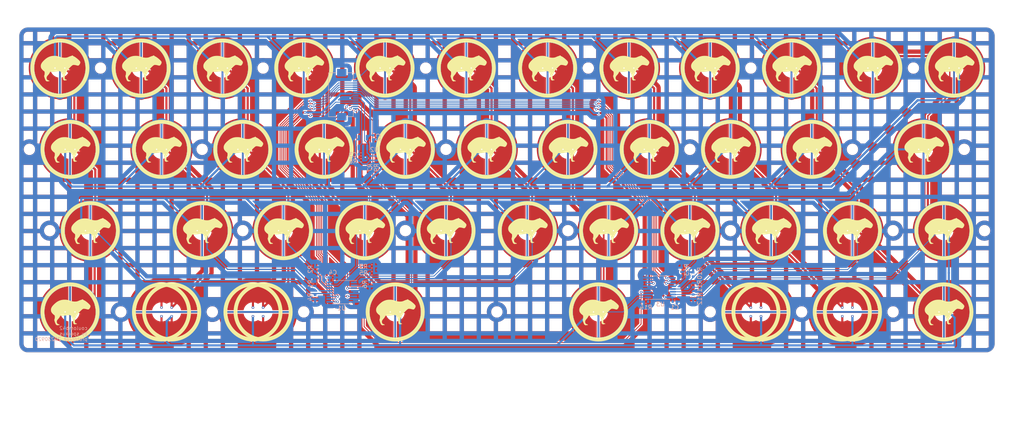
<source format=kicad_pcb>
(kicad_pcb (version 20221018) (generator pcbnew)
  (layers (0 "F.Cu" signal) (31 "B.Cu" signal) (34 "B.Paste" user) (35 "F.Paste" user) (36 "B.SilkS" user "B.Silkscreen") (37 "F.SilkS" user "F.Silkscreen") (38 "B.Mask" user) (39 "F.Mask" user) (44 "Edge.Cuts" user))
  (net 0 "")
  (net 1 "COL0")
  (net 2 "COL1")
  (net 3 "COL10")
  (net 4 "COL2")
  (net 5 "COL3")
  (net 6 "COL4")
  (net 7 "COL5")
  (net 8 "COL6")
  (net 9 "COL7")
  (net 10 "COL8")
  (net 11 "COL9")
  (net 12 "ROW3")
  (net 13 "ROW0")
  (net 14 "ROW1")
  (net 15 "ROW2")
  (net 16 "GND")
  (net 17 "+3V3")
  (net 18 "MUX_COMMON")
  (net 19 "ADC")
  (net 20 "Net-(U2--)")
  (net 21 "MUX1_EN")
  (net 22 "MUX0_EN")
  (net 23 "MUX_SEL0")
  (net 24 "MUX_SEL1")
  (net 25 "MUX_SEL2")
  (footprint "capacitive_sensors:capy_pad_1U" (layer "F.Cu") (at 226.5 87.625)
    (fp_text reference "ECSW22")
    (fp_text value "~" hide)
  )
  (footprint "capacitive_sensors:capy_pad_1U" (layer "F.Cu") (at 221.7375 68.575)
    (fp_text reference "ECSW10")
    (fp_text value "~" hide)
  )
  (footprint "capacitive_sensors:capy_pad_1U" (layer "F.Cu") (at 107.4375 68.575)
    (fp_text reference "ECSW4")
    (fp_text value "~" hide)
  )
  (footprint "capacitive_sensors:MountingHole_2.2mm_M2" (layer "F.Cu") (at 262.21875 87.625)
    (fp_text reference "H13" hide)
    (fp_text value "MountingHole")
    (fp_circle (center 0 0) (end 1.1 0) (stroke (width 0.05)) (fill none) (layer "Edge.Cuts"))
  )
  (footprint "capacitive_sensors:MountingHole_2.2mm_M2" (layer "F.Cu") (at 212.2125 68.575)
    (fp_text reference "H5" hide)
    (fp_text value "MountingHole")
    (fp_circle (center 0 0) (end 1.1 0) (stroke (width 0.05)) (fill none) (layer "Edge.Cuts"))
  )
  (footprint "capacitive_sensors:MountingHole_2.2mm_M2" (layer "F.Cu") (at 47.90625 106.675)
    (fp_text reference "H14" hide)
    (fp_text value "MountingHole")
    (fp_circle (center 0 0) (end 1.1 0) (stroke (width 0.05)) (fill none) (layer "Edge.Cuts"))
  )
  (footprint "capacitive_sensors:MountingHole_2.2mm_M2" (layer "F.Cu") (at 43.14375 87.625)
    (fp_text reference "H7" hide)
    (fp_text value "MountingHole")
    (fp_circle (center 0 0) (end 1.1 0) (stroke (width 0.05)) (fill none) (layer "Edge.Cuts"))
  )
  (footprint "capacitive_sensors:capy_pad_1U" (layer "F.Cu") (at 259.8375 68.575)
    (fp_text reference "ECSW12")
    (fp_text value "~" hide)
  )
  (footprint "capacitive_sensors:capy_pad_1U" (layer "F.Cu") (at 197.925 106.675)
    (fp_text reference "ECSW31")
    (fp_text value "~" hide)
  )
  (footprint "capacitive_sensors:capy_pad_1U" (layer "F.Cu") (at 121.725 106.675)
    (fp_text reference "ECSW27")
    (fp_text value "~" hide)
  )
  (footprint "capacitive_sensors:capy_pad_2U" (layer "F.Cu") (at 176.49375 125.725)
    (fp_text reference "ECSW39")
    (fp_text value "~" hide)
  )
  (footprint "capacitive_sensors:ecs_pad_combo_0.125u_offset" (layer "F.Cu") (at 233.64375 125.725)
    (fp_text reference "ECSW41" hide)
    (fp_text value "~")
  )
  (footprint "capacitive_sensors:MountingHole_2.2mm_M2" (layer "F.Cu") (at 202.6875 125.725)
    (fp_text reference "H23" hide)
    (fp_text value "MountingHole")
    (fp_circle (center 0 0) (end 1.1 0) (stroke (width 0.05)) (fill none) (layer "Edge.Cuts"))
  )
  (footprint "capacitive_sensors:capy_pad_1U" (layer "F.Cu") (at 216.975 106.675)
    (fp_text reference "ECSW32")
    (fp_text value "~" hide)
  )
  (footprint "capacitive_sensors:capy_pad_1U" (layer "F.Cu") (at 112.2 87.625)
    (fp_text reference "ECSW16")
    (fp_text value "~" hide)
  )
  (footprint "capacitive_sensors:MountingHole_2.2mm_M2" (layer "F.Cu") (at 64.575 125.725)
    (fp_text reference "H21" hide)
    (fp_text value "MountingHole")
    (fp_circle (center 0 0) (end 1.1 0) (stroke (width 0.05)) (fill none) (layer "Edge.Cuts"))
  )
  (footprint "capacitive_sensors:capy_pad_1U" (layer "F.Cu") (at 257.45625 106.675)
    (fp_text reference "ECSW34")
    (fp_text value "~" hide)
  )
  (footprint "capacitive_sensors:MountingHole_2.2mm_M2" (layer "F.Cu") (at 93.15 106.675)
    (fp_text reference "H15" hide)
    (fp_text value "MountingHole")
    (fp_circle (center 0 0) (end 1.1 0) (stroke (width 0.05)) (fill none) (layer "Edge.Cuts"))
  )
  (footprint "capacitive_sensors:capy_pad_1U" (layer "F.Cu") (at 93.15 87.625)
    (fp_text reference "ECSW15")
    (fp_text value "~" hide)
  )
  (footprint "capacitive_sensors:capy_pad_1U" (layer "F.Cu") (at 164.5875 68.575)
    (fp_text reference "ECSW7")
    (fp_text value "~" hide)
  )
  (footprint "capacitive_sensors:capy_pad_1U" (layer "F.Cu") (at 52.66875 125.725)
    (fp_text reference "ECSW35")
    (fp_text value "~" hide)
  )
  (footprint "capacitive_sensors:MountingHole_2.2mm_M2" (layer "F.Cu") (at 245.55 125.725)
    (fp_text reference "H24" hide)
    (fp_text value "MountingHole")
    (fp_circle (center 0 0) (end 1.1 0) (stroke (width 0.05)) (fill none) (layer "Edge.Cuts"))
  )
  (footprint "capacitive_sensors:capy_pad_1U" (layer "F.Cu") (at 240.7875 68.575)
    (fp_text reference "ECSW11")
    (fp_text value "~" hide)
  )
  (footprint "capacitive_sensors:capy_pad_1U" (layer "F.Cu") (at 252.69375 87.625)
    (fp_text reference "ECSW23")
    (fp_text value "~" hide)
  )
  (footprint "capacitive_sensors:MountingHole_2.2mm_M2" (layer "F.Cu") (at 197.925 87.625)
    (fp_text reference "H11" hide)
    (fp_text value "MountingHole")
    (fp_circle (center 0 0) (end 1.1 0) (stroke (width 0.05)) (fill none) (layer "Edge.Cuts"))
  )
  (footprint "capacitive_sensors:capy_pad_2U" (layer "F.Cu") (at 128.86875 125.725)
    (fp_text reference "ECSW38")
    (fp_text value "~" hide)
  )
  (footprint "capacitive_sensors:capy_pad_1U" (layer "F.Cu") (at 169.35 87.625)
    (fp_text reference "ECSW19")
    (fp_text value "~" hide)
  )
  (footprint "capacitive_sensors:MountingHole_2.2mm_M2" (layer "F.Cu") (at 152.69375 125.725)
    (fp_text reference "H25" hide)
    (fp_text value "MountingHole")
    (fp_circle (center 0 0) (end 1.1 0) (stroke (width 0.05)) (fill none) (layer "Edge.Cuts"))
  )
  (footprint "capacitive_sensors:capy_pad_1U" (layer "F.Cu") (at 50.2875 68.575)
    (fp_text reference "ECSW1")
    (fp_text value "~" hide)
  )
  (footprint "capacitive_sensors:capy_pad_1U" (layer "F.Cu") (at 202.6875 68.575)
    (fp_text reference "ECSW9")
    (fp_text value "~" hide)
  )
  (footprint "capacitive_sensors:capy_pad_1U" (layer "F.Cu") (at 102.675 106.675)
    (fp_text reference "ECSW26")
    (fp_text value "~" hide)
  )
  (footprint "capacitive_sensors:capy_pad_1U" (layer "F.Cu") (at 236.025 106.675)
    (fp_text reference "ECSW33")
    (fp_text value "~" hide)
  )
  (footprint "capacitive_sensors:MountingHole_2.2mm_M2" (layer "F.Cu") (at 174.1125 68.575)
    (fp_text reference "H4" hide)
    (fp_text value "MountingHole")
    (fp_circle (center 0 0) (end 1.1 0) (stroke (width 0.05)) (fill none) (layer "Edge.Cuts"))
  )
  (footprint "capacitive_sensors:capy_pad_1U" (layer "F.Cu") (at 83.625 106.675)
    (fp_text reference "ECSW25")
    (fp_text value "~" hide)
  )
  (footprint "capacitive_sensors:ecs_pad_combo_0.125u_offset" (layer "F.Cu") (at 74.1 125.725)
    (fp_text reference "ECSW36" hide)
    (fp_text value "~")
  )
  (footprint "capacitive_sensors:capy_pad_1U" (layer "F.Cu") (at 159.825 106.675)
    (fp_text reference "ECSW29")
    (fp_text value "~" hide)
  )
  (footprint "capacitive_sensors:MountingHole_2.2mm_M2" (layer "F.Cu") (at 140.775 87.625)
    (fp_text reference "H10" hide)
    (fp_text value "MountingHole")
    (fp_circle (center 0 0) (end 1.1 0) (stroke (width 0.05)) (fill none) (layer "Edge.Cuts"))
  )
  (footprint "capacitive_sensors:capy_pad_1U" (layer "F.Cu") (at 188.4 87.625)
    (fp_text reference "ECSW20")
    (fp_text value "~" hide)
  )
  (footprint "capacitive_sensors:MountingHole_2.2mm_M2" (layer "F.Cu") (at 97.9125 68.575)
    (fp_text reference "H2" hide)
    (fp_text value "MountingHole")
    (fp_circle (center 0 0) (end 1.1 0) (stroke (width 0.05)) (fill none) (layer "Edge.Cuts"))
  )
  (footprint "capacitive_sensors:MountingHole_2.2mm_M2" (layer "F.Cu") (at 250.3125 68.575)
    (fp_text reference "H6" hide)
    (fp_text value "MountingHole")
    (fp_circle (center 0 0) (end 1.1 0) (stroke (width 0.05)) (fill none) (layer "Edge.Cuts"))
  )
  (footprint "capacitive_sensors:MountingHole_2.2mm_M2" (layer "F.Cu") (at 136.0125 68.575)
    (fp_text reference "H3" hide)
    (fp_text value "MountingHole")
    (fp_circle (center 0 0) (end 1.1 0) (stroke (width 0.05)) (fill none) (layer "Edge.Cuts"))
  )
  (footprint "capacitive_sensors:ecs_pad_combo_0.125u_offset" (layer "F.Cu") (at 212.2125 125.725)
    (fp_text reference "ECSW40" hide)
    (fp_text value "~")
  )
  (footprint "capacitive_sensors:capy_pad_1U" (layer "F.Cu") (at 178.875 106.675)
    (fp_text reference "ECSW30")
    (fp_text value "~" hide)
  )
  (footprint "capacitive_sensors:MountingHole_2.2mm_M2" (layer "F.Cu") (at 131.25 106.675)
    (fp_text reference "H16" hide)
    (fp_text value "MountingHole")
    (fp_circle (center 0 0) (end 1.1 0) (stroke (width 0.05)) (fill none) (layer "Edge.Cuts"))
  )
  (footprint "capacitive_sensors:capy_pad_1U" (layer "F.Cu") (at 150.3 87.625)
    (fp_text reference "ECSW18")
    (fp_text value "~" hide)
  )
  (footprint "capacitive_sensors:MountingHole_2.2mm_M2" (layer "F.Cu") (at 224.11875 125.725)
    (fp_text reference "H26" hide)
    (fp_text value "MountingHole")
    (fp_circle (center 0 0) (end 1.1 0) (stroke (width 0.05)) (fill none) (layer "Edge.Cuts"))
  )
  (footprint "capacitive_sensors:MountingHole_2.2mm_M2" (layer "F.Cu") (at 245.55 106.675)
    (fp_text reference "H19" hide)
    (fp_text value "MountingHole")
    (fp_circle (center 0 0) (end 1.1 0) (stroke (width 0.05)) (fill none) (layer "Edge.Cuts"))
  )
  (footprint "capacitive_sensors:MountingHole_2.2mm_M2" (layer "F.Cu") (at 86.00625 125.725)
    (fp_text reference "H9" hide)
    (fp_text value "MountingHole")
    (fp_circle (center 0 0) (end 1.1 0) (stroke (width 0.05)) (fill none) (layer "Edge.Cuts"))
  )
  (footprint "capacitive_sensors:capy_pad_1U" (layer "F.Cu") (at 140.775 106.675)
    (fp_text reference "ECSW28")
    (fp_text value "~" hide)
  )
  (footprint "capacitive_sensors:capy_pad_1U" (layer "F.Cu") (at 57.43125 106.675)
    (fp_text reference "ECSW24")
    (fp_text value "~" hide)
  )
  (footprint "capacitive_sensors:capy_pad_1U" (layer "F.Cu") (at 257.45625 125.725)
    (fp_text reference "ECSW42")
    (fp_text value "~" hide)
  )
  (footprint "capacitive_sensors:MountingHole_2.2mm_M2" (layer "F.Cu") (at 83.625 87.625)
    (fp_text reference "H8" hide)
    (fp_text value "MountingHole")
    (fp_circle (center 0 0) (end 1.1 0) (stroke (width 0.05)) (fill none) (layer "Edge.Cuts"))
  )
  (footprint "capacitive_sensors:MountingHole_2.2mm_M2" (layer "F.Cu") (at 107.4375 125.725)
    (fp_text reference "H22" hide)
    (fp_text value "MountingHole")
    (fp_circle (center 0 0) (end 1.1 0) (stroke (width 0.05)) (fill none) (layer "Edge.Cuts"))
  )
  (footprint "capacitive_sensors:capy_pad_1U" (layer "F.Cu") (at 74.1 87.625)
    (fp_text reference "ECSW14")
    (fp_text value "~" hide)
  )
  (footprint "capacitive_sensors:capy_pad_1U" (layer "F.Cu") (at 183.6375 68.575)
    (fp_text reference "ECSW8")
    (fp_text value "~" hide)
  )
  (footprint "capacitive_sensors:capy_pad_1U" (layer "F.Cu") (at 69.3375 68.575)
    (fp_text reference "ECSW2")
    (fp_text value "~" hide)
  )
  (footprint "capacitive_sensors:capy_pad_1U" (layer "F.Cu") (at 145.5375 68.575)
    (fp_text reference "ECSW6")
    (fp_text value "~" hide)
  )
  (footprint "capacitive_sensors:capy_pad_1U" (layer "F.Cu") (at 126.4875 68.575)
    (fp_text reference "ECSW5")
    (fp_text value "~" hide)
  )
  (footprint "capacitive_sensors:MountingHole_2.2mm_M2" (layer "F.Cu") (at 169.35 106.675)
    (fp_text reference "H17" hide)
    (fp_text value "MountingHole")
    (fp_circle (center 0 0) (end 1.1 0) (stroke (width 0.05)) (fill none) (layer "Edge.Cuts"))
  )
  (footprint "capacitive_sensors:MountingHole_2.2mm_M2" (layer "F.Cu") (at 207.45 106.675)
    (fp_text reference "H18" hide)
    (fp_text value "MountingHole")
    (fp_circle (center 0 0) (end 1.1 0) (stroke (width 0.05)) (fill none) (layer "Edge.Cuts"))
  )
  (footprint "capacitive_sensors:ecs_pad_combo_0.125u_offset" (layer "F.Cu") (at 95.53125 125.725)
    (fp_text reference "ECSW37" hide)
    (fp_text value "~")
  )
  (footprint "capacitive_sensors:MountingHole_2.2mm_M2" (layer "F.Cu") (at 266.98125 106.675)
    (fp_text reference "H20" hide)
    (fp_text value "MountingHole")
    (fp_circle (center 0 0) (end 1.1 0) (stroke (width 0.05)) (fill none) (layer "Edge.Cuts"))
  )
  (footprint "capacitive_sensors:MountingHole_2.2mm_M2" (layer "F.Cu") (at 236.025 87.625)
    (fp_text reference "H12" hide)
    (fp_text value "MountingHole")
    (fp_circle (center 0 0) (end 1.1 0) (stroke (width 0.05)) (fill none) (layer "Edge.Cuts"))
  )
  (footprint "capacitive_sensors:MountingHole_2.2mm_M2" (layer "F.Cu") (at 59.8125 68.575)
    (fp_text reference "H1" hide)
    (fp_text value "MountingHole")
    (fp_circle (center 0 0) (end 1.1 0) (stroke (width 0.05)) (fill none) (layer "Edge.Cuts"))
  )
  (footprint "capacitive_sensors:capy_pad_1U" (layer "F.Cu") (at 88.3875 68.575)
    (fp_text reference "ECSW3")
    (fp_text value "~" hide)
  )
  (footprint "capacitive_sensors:capy_pad_1U" (layer "F.Cu") (at 131.25 87.625)
    (fp_text reference "ECSW17")
    (fp_text value "~" hide)
  )
  (footprint "capacitive_sensors:capy_pad_1U" (layer "F.Cu") (at 52.66875 87.625)
    (fp_text reference "ECSW13")
    (fp_text value "~" hide)
  )
  (footprint "capacitive_sensors:capy_pad_1U" (layer "F.Cu") (at 207.45 87.625)
    (fp_text reference "ECSW21")
    (fp_text value "~" hide)
  )
  (footprint "Capacitor_SMD:C_0402_1005Metric" (layer "B.Cu") (at 123.725 84.825 90)
    (fp_text reference "C2")
    (fp_text value "100n")
  )
  (footprint "Resistor_SMD:R_0402_1005Metric" (layer "B.Cu") (at 123.04375 89.690001 -90)
    (fp_text reference "R7")
    (fp_text value "100k")
  )
  (footprint "Resistor_SMD:R_0402_1005Metric" (layer "B.Cu") (at 123.404238 116.64528)
    (fp_text reference "R5")
    (fp_text value "100k")
  )
  (footprint "Resistor_SMD:R_0402_1005Metric" (layer "B.Cu") (at 122.894239 119.24528 -90)
    (fp_text reference "R6")
    (fp_text value "100k")
  )
  (footprint "Package_SO:TSSOP-16_4.4x5mm_P0.65mm" (layer "B.Cu") (at 191.036459 120.02028)
    (fp_text reference "U3")
    (fp_text value "74HC4051")
  )
  (footprint "Resistor_SMD:R_0402_1005Metric" (layer "B.Cu") (at 110.094239 119.14528 90)
    (fp_text reference "R1")
    (fp_text value "100k")
  )
  (footprint "Resistor_SMD:R_0402_1005Metric" (layer "B.Cu") (at 110.094239 115.74528 90)
    (fp_text reference "R2")
    (fp_text value "100k")
  )
  (footprint "Capacitor_SMD:C_0402_1005Metric" (layer "B.Cu") (at 194.375 123.3 180)
    (fp_text reference "C1")
    (fp_text value "100n")
  )
  (footprint "Resistor_SMD:R_0402_1005Metric" (layer "B.Cu") (at 198.694239 122.14528 -90)
    (fp_text reference "R12")
    (fp_text value "100k")
  )
  (footprint "Resistor_SMD:R_0402_1005Metric" (layer "B.Cu") (at 198.694239 116.93528 90)
    (fp_text reference "R10")
    (fp_text value "100k")
  )
  (footprint "Resistor_SMD:R_0402_1005Metric" (layer "B.Cu") (at 124.49375 89.715001 -90)
    (fp_text reference "R9")
    (fp_text value "DNP")
  )
  (footprint "Resistor_SMD:R_0402_1005Metric" (layer "B.Cu") (at 123.394239 115.04528)
    (fp_text reference "R3")
    (fp_text value "100k")
  )
  (footprint "Resistor_SMD:R_0402_1005Metric" (layer "B.Cu") (at 187.625 123.325 180)
    (fp_text reference "R14")
    (fp_text value "100k")
  )
  (footprint "Resistor_SMD:R_0402_1005Metric" (layer "B.Cu") (at 110.094239 122.23528 -90)
    (fp_text reference "R4")
    (fp_text value "100k")
  )
  (footprint "Resistor_SMD:R_0402_1005Metric" (layer "B.Cu") (at 198.694239 119.44528 90)
    (fp_text reference "R11")
    (fp_text value "100k")
  )
  (footprint "Package_TO_SOT_SMD:SOT-23-5" (layer "B.Cu") (at 121.341788 86.036266 90)
    (fp_text reference "U2")
    (fp_text value "OPA354")
  )
  (footprint "Resistor_SMD:R_0402_1005Metric" (layer "B.Cu") (at 195.994239 115.84528 90)
    (fp_text reference "R13")
    (fp_text value "100k")
  )
  (footprint "Package_SO:TSSOP-16_4.4x5mm_P0.65mm" (layer "B.Cu") (at 116.3375 121.1 180)
    (fp_text reference "U1")
    (fp_text value "74HC4051")
  )
  (footprint "Capacitor_SMD:C_0402_1005Metric" (layer "B.Cu") (at 114.2375 117.65 180)
    (fp_text reference "C4")
    (fp_text value "100n")
  )
  (footprint "Resistor_SMD:R_0402_1005Metric" (layer "B.Cu") (at 120.86875 90.190001)
    (fp_text reference "R8")
    (fp_text value "1k")
  )
  (footprint "Capacitor_SMD:C_0402_1005Metric" (layer "B.Cu") (at 120.841788 88.786266)
    (fp_text reference "C3")
    (fp_text value "220pF")
  )
  (footprint "Connector_FFC-FPC:Hirose_FH12-14S-0.5SH_1x14-1MP_P0.50mm_Horizontal" (layer "B.Cu") (at 117.74375 74.825 90)
    (fp_text reference "J1" hide)
    (fp_text value "Conn_01x14")
  )
  (gr_arc (start 40.7625 61.05) (mid 41.348286 59.635786) (end 42.7625 59.05) (stroke (width 0.05)) (layer "Edge.Cuts"))
  (gr_arc (start 42.7625 135.2) (mid 41.348286 134.614214) (end 40.7625 133.2) (stroke (width 0.05)) (layer "Edge.Cuts"))
  (gr_line (start 42.7625 59.05) (end 267.3625 59.05) (stroke (width 0.05)) (layer "Edge.Cuts"))
  (gr_line (start 269.3625 61.05) (end 269.3625 133.2) (stroke (width 0.05)) (layer "Edge.Cuts"))
  (gr_line (start 267.3625 135.2) (end 42.7625 135.2) (stroke (width 0.05)) (layer "Edge.Cuts"))
  (gr_arc (start 267.3625 59.05) (mid 268.776714 59.635786) (end 269.3625 61.05) (stroke (width 0.05)) (layer "Edge.Cuts"))
  (gr_line (start 40.7625 133.2) (end 40.7625 61.05) (stroke (width 0.05)) (layer "Edge.Cuts"))
  (gr_arc (start 269.3625 133.2) (mid 268.776714 134.614214) (end 267.3625 135.2) (stroke (width 0.05)) (layer "Edge.Cuts"))
  (gr_text "coulomb42\nby sporkus\nprototype 20230920" (at 56.8125 132.575) (layer "B.SilkS") (effects (font (size 0.8 0.8) (thickness 0.1)) (justify left bottom mirror)))
  (segment (start 51.4375 68.575) (end 53.66875 70.80625) (width 0.5) (layer "F.Cu") (net 1))
  (segment (start 58.5875 106.66875) (end 58.58125 106.675) (width 0.5) (layer "F.Cu") (net 1))
  (segment (start 58.5875 92.39375) (end 58.5875 106.66875) (width 0.5) (layer "F.Cu") (net 1))
  (segment (start 53.81875 87.625) (end 58.5875 92.39375) (width 0.5) (layer "F.Cu") (net 1))
  (segment (start 56.2 125.725) (end 58.43125 123.49375) (width 0.5) (layer "F.Cu") (net 1))
  (segment (start 58.43125 123.49375) (end 58.43125 106.675) (width 0.5) (layer "F.Cu") (net 1))
  (segment (start 53.66875 70.80625) (end 53.66875 87.625) (width 0.5) (layer "F.Cu") (net 1))
  (segment (start 70.25153 118.34528) (end 105.53278 118.34528) (width 0.3) (layer "B.Cu") (net 1))
  (segment (start 105.53278 118.34528) (end 108.6125 121.425) (width 0.3) (layer "B.Cu") (net 1))
  (segment (start 58.58125 106.675) (end 70.25153 118.34528) (width 0.3) (layer "B.Cu") (net 1))
  (segment (start 108.6125 121.425) (end 113.475 121.425) (width 0.3) (layer "B.Cu") (net 1))
  (segment (start 75.25 73.3375) (end 75.25 87.625) (width 0.5) (layer "F.Cu") (net 2))
  (segment (start 84.775 106.675) (end 84.775 116.4375) (width 0.5) (layer "F.Cu") (net 2))
  (segment (start 76.5125 124.7) (end 76.48125 124.7) (width 0.5) (layer "F.Cu") (net 2))
  (segment (start 75.25 87.625) (end 84.775 97.15) (width 0.5) (layer "F.Cu") (net 2))
  (segment (start 70.4875 68.575) (end 75.25 73.3375) (width 0.5) (layer "F.Cu") (net 2))
  (segment (start 84.775 116.4375) (end 76.5125 124.7) (width 0.5) (layer "F.Cu") (net 2))
  (segment (start 84.775 97.15) (end 84.775 106.675) (width 0.5) (layer "F.Cu") (net 2))
  (segment (start 109.304239 119.65528) (end 105.398959 115.75) (width 0.3) (layer "B.Cu") (net 2))
  (segment (start 84.775 106.675) (end 84.775 110.9375) (width 0.3) (layer "B.Cu") (net 2))
  (segment (start 84.775 110.9375) (end 89.5875 115.75) (width 0.3) (layer "B.Cu") (net 2))
  (segment (start 113.475 120.775) (end 111.223959 120.775) (width 0.3) (layer "B.Cu") (net 2))
  (segment (start 110.094239 119.65528) (end 109.304239 119.65528) (width 0.3) (layer "B.Cu") (net 2))
  (segment (start 111.223959 120.775) (end 110.104239 119.65528) (width 0.3) (layer "B.Cu") (net 2))
  (segment (start 110.104239 119.65528) (end 110.094239 119.65528) (width 0.3) (layer "B.Cu") (net 2))
  (segment (start 89.5875 115.75) (end 105.398959 115.75) (width 0.3) (layer "B.Cu") (net 2))
  (segment (start 244.7375 65.775) (end 256.0375 65.775) (width 0.5) (layer "F.Cu") (net 3))
  (segment (start 253.69375 104.0625) (end 253.69375 87.625) (width 0.5) (layer "F.Cu") (net 3))
  (segment (start 253.84375 87.625) (end 253.69375 87.475) (width 0.3) (layer "F.Cu") (net 3))
  (segment (start 256.0375 65.775) (end 258.8375 68.575) (width 0.5) (layer "F.Cu") (net 3))
  (segment (start 241.9375 68.575) (end 244.7375 65.775) (width 0.5) (layer "F.Cu") (net 3))
  (segment (start 256.30625 106.675) (end 253.69375 104.0625) (width 0.5) (layer "F.Cu") (net 3))
  (segment (start 253.69375 79.78125) (end 258.8375 74.6375) (width 0.3) (layer "F.Cu") (net 3))
  (segment (start 258.8375 74.6375) (end 258.8375 68.575) (width 0.3) (layer "F.Cu") (net 3))
  (segment (start 253.69375 87.475) (end 253.69375 79.78125) (width 0.3) (layer "F.Cu") (net 3))
  (segment (start 201.14222 121.64528) (end 193.898959 121.64528) (width 0.2) (layer "B.Cu") (net 3))
  (segment (start 256.30625 106.675) (end 245.23125 117.75) (width 0.2) (layer "B.Cu") (net 3))
  (segment (start 205.0375 117.75) (end 201.14222 121.64528) (width 0.2) (layer "B.Cu") (net 3))
  (segment (start 245.23125 117.75) (end 205.0375 117.75) (width 0.2) (layer "B.Cu") (net 3))
  (segment (start 89.5375 68.575) (end 94.3 73.3375) (width 0.5) (layer "F.Cu") (net 4))
  (segment (start 103.825 118.7875) (end 103.825 106.675) (width 0.5) (layer "F.Cu") (net 4))
  (segment (start 94.3 87.625) (end 103.825 97.15) (width 0.5) (layer "F.Cu") (net 4))
  (segment (start 94.3 73.3375) (end 94.3 87.625) (width 0.5) (layer "F.Cu") (net 4))
  (segment (start 103.825 97.15) (end 103.825 106.675) (width 0.5) (layer "F.Cu") (net 4))
  (segment (start 97.9125 124.7) (end 103.825 118.7875) (width 0.5) (layer "F.Cu") (net 4))
  (segment (start 111.344238 117.495279) (end 111.344238 118.718134) (width 0.3) (layer "B.Cu") (net 4))
  (segment (start 103.825 109.976041) (end 111.344238 117.495279) (width 0.3) (layer "B.Cu") (net 4))
  (segment (start 103.825 106.675) (end 103.825 109.976041) (width 0.3) (layer "B.Cu") (net 4))
  (segment (start 111.344238 118.718134) (end 112.751104 120.125) (width 0.3) (layer "B.Cu") (net 4))
  (segment (start 112.751104 120.125) (end 113.475 120.125) (width 0.3) (layer "B.Cu") (net 4))
  (segment (start 127.71875 125.725) (end 127.71875 122.68125) (width 0.5) (layer "F.Cu") (net 5))
  (segment (start 120.725 115.6875) (end 120.725 106.675) (width 0.5) (layer "F.Cu") (net 5))
  (segment (start 112.0125 79.775) (end 112.0125 72.15) (width 0.4) (layer "F.Cu") (net 5))
  (segment (start 127.71875 122.68125) (end 120.725 115.6875) (width 0.5) (layer "F.Cu") (net 5))
  (segment (start 111.2 95.5625) (end 111.2 87.625) (width 0.5) (layer "F.Cu") (net 5))
  (segment (start 120.575 106.675) (end 120.575 104.9375) (width 0.5) (layer "F.Cu") (net 5))
  (segment (start 112.0125 72.15) (end 108.4375 68.575) (width 0.4) (layer "F.Cu") (net 5))
  (segment (start 120.575 104.9375) (end 111.2 95.5625) (width 0.5) (layer "F.Cu") (net 5))
  (segment (start 111.05 80.7375) (end 112.0125 79.775) (width 0.4) (layer "F.Cu") (net 5))
  (segment (start 111.05 87.625) (end 111.05 80.7375) (width 0.4) (layer "F.Cu") (net 5))
  (segment (start 119.84222 107.40778) (end 119.84222 115.04528) (width 0.2) (layer "B.Cu") (net 5))
  (segment (start 115.4125 119.475) (end 119.84222 115.04528) (width 0.2) (layer "B.Cu") (net 5))
  (segment (start 113.475 119.475) (end 115.4125 119.475) (width 0.2) (layer "B.Cu") (net 5))
  (segment (start 120.575 106.675) (end 119.84222 107.40778) (width 0.2) (layer "B.Cu") (net 5))
  (segment (start 119.84222 115.04528) (end 122.85778 115.04528) (width 0.2) (layer "B.Cu") (net 5))
  (segment (start 122.85778 115.04528) (end 122.875 115.0625) (width 0.2) (layer "B.Cu") (net 5))
  (segment (start 132.4 73.3375) (end 132.4 87.625) (width 0.5) (layer "F.Cu") (net 6))
  (segment (start 127.6375 68.575) (end 132.4 73.3375) (width 0.5) (layer "F.Cu") (net 6))
  (segment (start 132.4 87.625) (end 141.925 97.15) (width 0.5) (layer "F.Cu") (net 6))
  (segment (start 141.925 97.15) (end 141.925 106.675) (width 0.5) (layer "F.Cu") (net 6))
  (segment (start 120.67972 117.34528) (end 119.2 118.825) (width 0.2) (layer "B.Cu") (net 6))
  (segment (start 141.925 113.364518) (end 137.944238 117.34528) (width 0.2) (layer "B.Cu") (net 6))
  (segment (start 122.848959 117.34528) (end 120.67972 117.34528) (width 0.2) (layer "B.Cu") (net 6))
  (segment (start 137.944238 117.34528) (end 122.848959 117.34528) (width 0.2) (layer "B.Cu") (net 6))
  (segment (start 122.894238 116.64528) (end 122.894238 117.300001) (width 0.2) (layer "B.Cu") (net 6))
  (segment (start 141.925 106.675) (end 141.925 113.364518) (width 0.2) (layer "B.Cu") (net 6))
  (segment (start 122.894238 117.300001) (end 122.848959 117.34528) (width 0.2) (layer "B.Cu") (net 6))
  (segment (start 151.45 73.3375) (end 151.45 87.625) (width 0.5) (layer "F.Cu") (net 7))
  (segment (start 151.45 87.625) (end 160.975 97.15) (width 0.5) (layer "F.Cu") (net 7))
  (segment (start 146.6875 68.575) (end 151.45 73.3375) (width 0.5) (layer "F.Cu") (net 7))
  (segment (start 160.975 97.15) (end 160.975 106.675) (width 0.5) (layer "F.Cu") (net 7))
  (segment (start 122.994239 118.5) (end 121.739519 118.5) (width 0.2) (layer "B.Cu") (net 7))
  (segment (start 122.984239 118.51) (end 122.994239 118.5) (width 0.2) (layer "B.Cu") (net 7))
  (segment (start 121.739519 118.5) (end 120.764519 119.475) (width 0.2) (layer "B.Cu") (net 7))
  (segment (start 156.064518 118.5) (end 122.994239 118.5) (width 0.2) (layer "B.Cu") (net 7))
  (segment (start 160.975 106.675) (end 160.975 113.589518) (width 0.2) (layer "B.Cu") (net 7))
  (segment (start 160.975 113.589518) (end 156.064518 118.5) (width 0.2) (layer "B.Cu") (net 7))
  (segment (start 120.764519 119.475) (end 119.2 119.475) (width 0.2) (layer "B.Cu") (net 7))
  (segment (start 170.5 87.625) (end 170.5 99.3) (width 0.5) (layer "F.Cu") (net 8))
  (segment (start 165.7375 68.575) (end 170.5 73.3375) (width 0.5) (layer "F.Cu") (net 8))
  (segment (start 170.5 73.3375) (end 170.5 87.625) (width 0.5) (layer "F.Cu") (net 8))
  (segment (start 170.5 99.3) (end 177.875 106.675) (width 0.5) (layer "F.Cu") (net 8))
  (segment (start 177.64375 125.725) (end 180.025 123.34375) (width 0.5) (layer "F.Cu") (net 8))
  (segment (start 177.725 106.675) (end 177.725 125.49375) (width 0.4) (layer "F.Cu") (net 8))
  (segment (start 177.725 125.49375) (end 177.49375 125.725) (width 0.4) (layer "F.Cu") (net 8))
  (segment (start 185.69222 122.29528) (end 188.173959 122.29528) (width 0.2) (layer "B.Cu") (net 8))
  (segment (start 188.184239 123.44528) (end 188.184239 122.30556) (width 0.2) (layer "B.Cu") (net 8))
  (segment (start 188.184239 122.30556) (end 188.173959 122.29528) (width 0.2) (layer "B.Cu") (net 8))
  (segment (start 177.64375 125.725) (end 182.2625 125.725) (width 0.2) (layer "B.Cu") (net 8))
  (segment (start 182.2625 125.725) (end 185.69222 122.29528) (width 0.2) (layer "B.Cu") (net 8))
  (segment (start 189.55 87.625) (end 199.094239 97.169239) (width 0.5) (layer "F.Cu") (net 9))
  (segment (start 199.075 111.5625) (end 212.2125 124.7) (width 0.5) (layer "F.Cu") (net 9))
  (segment (start 199.075 106.675) (end 199.075 111.5625) (width 0.5) (layer "F.Cu") (net 9))
  (segment (start 189.55 73.3375) (end 189.55 87.625) (width 0.5) (layer "F.Cu") (net 9))
  (segment (start 184.7875 68.575) (end 189.55 73.3375) (width 0.5) (layer "F.Cu") (net 9))
  (segment (start 199.094239 97.169239) (end 199.094239 106.505761) (width 0.5) (layer "F.Cu") (net 9))
  (segment (start 199.075 106.675) (end 199.2375 106.675) (width 0.5) (layer "B.Cu") (net 9))
  (segment (start 196.494239 116.34528) (end 199.075 113.764519) (width 0.2) (layer "B.Cu") (net 9))
  (segment (start 196.6375 116.34528) (end 196.494239 116.34528) (width 0.2) (layer "B.Cu") (net 9))
  (segment (start 196.494239 116.34528) (end 196.004239 116.34528) (width 0.2) (layer "B.Cu") (net 9))
  (segment (start 193.898959 119.69528) (end 194.552144 119.69528) (width 0.2) (layer "B.Cu") (net 9))
  (segment (start 194.552144 119.69528) (end 196.6375 117.609924) (width 0.2) (layer "B.Cu") (net 9))
  (segment (start 196.004239 116.34528) (end 195.994239 116.35528) (width 0.2) (layer "B.Cu") (net 9))
  (segment (start 196.6375 117.609924) (end 196.6375 116.34528) (width 0.2) (layer "B.Cu") (net 9))
  (segment (start 199.075 113.764519) (end 199.075 106.675) (width 0.2) (layer "B.Cu") (net 9))
  (segment (start 218.125 109.18125) (end 233.64375 124.7) (width 0.5) (layer "F.Cu") (net 10))
  (segment (start 208.6 87.625) (end 218.125 97.15) (width 0.5) (layer "F.Cu") (net 10))
  (segment (start 208.6 73.3375) (end 208.6 87.625) (width 0.5) (layer "F.Cu") (net 10))
  (segment (start 218.125 106.675) (end 218.125 109.18125) (width 0.5) (layer "F.Cu") (net 10))
  (segment (start 218.125 106.675) (end 218.125 111.35625) (width 0.4) (layer "F.Cu") (net 10))
  (segment (start 218.125 97.15) (end 218.125 106.675) (width 0.5) (layer "F.Cu") (net 10))
  (segment (start 203.8375 68.575) (end 208.6 73.3375) (width 0.5) (layer "F.Cu") (net 10))
  (segment (start 218.125 113.439518) (end 218.125 106.675) (width 0.2) (layer "B.Cu") (net 10))
  (segment (start 196.004239 120.34528) (end 202.149519 114.2) (width 0.2) (layer "B.Cu") (net 10))
  (segment (start 217.364518 114.2) (end 218.125 113.439518) (width 0.2) (layer "B.Cu") (net 10))
  (segment (start 193.898959 120.34528) (end 196.004239 120.34528) (width 0.2) (layer "B.Cu") (net 10))
  (segment (start 202.149519 114.2) (end 217.364518 114.2) (width 0.2) (layer "B.Cu") (net 10))
  (segment (start 227.65 87.625) (end 237.175 97.15) (width 0.5) (layer "F.Cu") (net 11))
  (segment (start 256.30625 125.725) (end 237.25625 106.675) (width 0.5) (layer "F.Cu") (net 11))
  (segment (start 222.8875 68.575) (end 227.65 73.3375) (width 0.5) (layer "F.Cu") (net 11))
  (segment (start 227.65 73.3375) (end 227.65 87.625) (width 0.5) (layer "F.Cu") (net 11))
  (segment (start 237.175 97.15) (end 237.175 106.675) (width 0.5) (layer "F.Cu") (net 11))
  (segment (start 237.25625 106.675) (end 237.025 106.675) (width 0.5) (layer "F.Cu") (net 11))
  (segment (start 199.894239 119.94528) (end 198.704239 119.94528) (width 0.2) (layer "B.Cu") (net 11))
  (segment (start 234.889518 115.8) (end 204.039519 115.8) (width 0.2) (layer "B.Cu") (net 11))
  (segment (start 237.175 106.675) (end 237.175 113.514518) (width 0.2) (layer "B.Cu") (net 11))
  (segment (start 197.654239 120.99528) (end 193.898959 120.99528) (width 0.2) (layer "B.Cu") (net 11))
  (segment (start 237.175 113.514518) (end 234.889518 115.8) (width 0.2) (layer "B.Cu") (net 11))
  (segment (start 198.704239 119.94528) (end 197.654239 120.99528) (width 0.2) (layer "B.Cu") (net 11))
  (segment (start 204.039519 115.8) (end 199.894239 119.94528) (width 0.2) (layer "B.Cu") (net 11))
  (segment (start 118.8125 77.575) (end 118.3125 78.075) (width 0.2) (layer "F.Cu") (net 12))
  (segment (start 132.7 123.04375) (end 132.7 102.9625) (width 0.2) (layer "F.Cu") (net 12))
  (segment (start 132.7 102.9625) (end 123.6125 93.875) (width 0.2) (layer "F.Cu") (net 12))
  (segment (start 120.3125 77.575) (end 118.8125 77.575) (width 0.2) (layer "F.Cu") (net 12))
  (segment (start 130.01875 125.725) (end 132.7 123.04375) (width 0.2) (layer "F.Cu") (net 12))
  (segment (start 123.6125 93.875) (end 123.6125 80.875) (width 0.2) (layer "F.Cu") (net 12))
  (segment (start 123.6125 80.875) (end 120.3125 77.575) (width 0.2) (layer "F.Cu") (net 12))
  (via (at 118.3125 78.075) (size 0.6) (drill 0.3) (layers "F.Cu" "B.Cu") (net 12))
  (segment (start 259.975 133.575) (end 239.725 133.575) (width 0.5) (layer "B.Cu") (net 12))
  (segment (start 51.51875 131.544239) (end 51.51875 125.725) (width 0.5) (layer "B.Cu") (net 12))
  (segment (start 130.01875 125.725) (end 130.01875 133.46875) (width 0.5) (layer "B.Cu") (net 12))
  (segment (start 95.53125 133.55625) (end 95.5125 133.575) (width 0.5) (layer "B.Cu") (net 12))
  (segment (start 129.9125 133.575) (end 166.7875 133.575) (width 0.5) (layer "B.Cu") (net 12))
  (segment (start 258.60625 125.725) (end 258.60625 116.58125) (width 0.5) (layer "B.Cu") (net 12))
  (segment (start 214.6125 133.256739) (end 214.294239 133.575) (width 0.5) (layer "B.Cu") (net 12))
  (segment (start 78.59375 133.575) (end 88.9125 133.575) (width 0.5) (layer "B.Cu") (net 12))
  (segment (start 53.549511 133.575) (end 51.51875 131.544239) (width 0.5) (layer "B.Cu") (net 12))
  (segment (start 95.53125 126.75) (end 95.53125 133.55625) (width 0.5) (layer "B.Cu") (net 12))
  (segment (start 258.60625 125.725) (end 259.975 127.09375) (width 0.5) (layer "B.Cu") (net 12))
  (segment (start 214.294239 133.575) (end 224.64375 133.575) (width 0.5) (layer "B.Cu") (net 12))
  (segment (start 75.33125 127.9) (end 75.33125 132.76875) (width 0.5) (layer "B.Cu") (net 12))
  (segment (start 203.1375 133.575) (end 214.294239 133.575) (width 0.5) (layer "B.Cu") (net 12))
  (segment (start 174.6375 125.725) (end 166.7875 133.575) (width 0.5) (layer "B.Cu") (net 12))
  (segment (start 76.48125 126.75) (end 75.33125 127.9) (width 0.5) (layer "B.Cu") (net 12))
  (segment (start 76.1375 133.575) (end 78.59375 133.575) (width 0.5) (layer "B.Cu") (net 12))
  (segment (start 166.7875 133.575) (end 203.1375 133.575) (width 0.5) (layer "B.Cu") (net 12))
  (segment (start 236.025 126.75) (end 236.025 133.4625) (width 0.5) (layer "B.Cu") (net 12))
  (segment (start 95.5125 133.575) (end 118.9375 133.575) (width 0.5) (layer "B.Cu") (net 12))
  (segment (start 214.6125 126.76875) (end 214.6125 133.256739) (width 0.5) (layer "B.Cu") (net 12))
  (segment (start 259.975 127.09375) (end 259.975 133.575) (width 0.5) (layer "B.Cu") (net 12))
  (segment (start 118.8125 77.575) (end 119.59375 77.575) (width 0.2) (layer "B.Cu") (net 12))
  (segment (start 175.34375 125.725) (end 174.6375 125.725) (width 0.5) (layer "B.Cu") (net 12))
  (segment (start 258.60625 116.58125) (end 258.60625 106.675) (width 0.5) (layer "B.Cu") (net 12))
  (segment (start 214.59375 126.75) (end 214.6125 126.76875) (width 0.5) (layer "B.Cu") (net 12))
  (segment (start 88.9125 133.575) (end 95.5125 133.575) (width 0.5) (layer "B.Cu") (net 12))
  (segment (start 78.59375 133.575) (end 53.549511 133.575) (width 0.5) (layer "B.Cu") (net 12))
  (segment (start 235.9125 133.575) (end 239.725 133.575) (width 0.5) (layer "B.Cu") (net 12))
  (segment (start 118.9375 133.575) (end 129.9125 133.575) (width 0.5) (layer "B.Cu") (net 12))
  (segment (start 224.64375 133.575) (end 235.9125 133.575) (width 0.5) (layer "B.Cu") (net 12))
  (segment (start 75.33125 132.76875) (end 76.1375 133.575) (width 0.5) (layer "B.Cu") (net 12))
  (segment (start 130.01875 133.46875) (end 129.9125 133.575) (width 0.5) (layer "B.Cu") (net 12))
  (segment (start 118.3125 78.075) (end 118.8125 77.575) (width 0.2) (layer "B.Cu") (net 12))
  (segment (start 236.025 133.4625) (end 235.9125 133.575) (width 0.5) (layer "B.Cu") (net 12))
  (segment (start 232.451009 61.38851) (end 239.6375 68.575) (width 0.5) (layer "B.Cu") (net 13))
  (segment (start 117.9375 61.175) (end 125.3375 68.575) (width 0.5) (layer "B.Cu") (net 13))
  (segment (start 119.6 71.575) (end 122.6 68.575) (width 0.2) (layer "B.Cu") (net 13))
  (segment (start 232.2375 61.175) (end 232.451009 61.38851) (width 0.5) (layer "B.Cu") (net 13))
  (segment (start 60.7875 61.175) (end 68.1875 68.575) (width 0.5) (layer "B.Cu") (net 13))
  (segment (start 194.1375 61.175) (end 201.5375 68.575) (width 0.5) (layer "B.Cu") (net 13))
  (segment (start 156.0375 61.175) (end 163.4375 68.575) (width 0.5) (layer "B.Cu") (net 13))
  (segment (start 213.1875 61.175) (end 220.5875 68.575) (width 0.5) (layer "B.Cu") (net 13))
  (segment (start 49.1375 68.575) (end 49.1375 61.625) (width 0.5) (layer "B.Cu") (net 13))
  (segment (start 49.5875 61.175) (end 60.7875 61.175) (width 0.5) (layer "B.Cu") (net 13))
  (segment (start 136.9875 61.175) (end 144.3875 68.575) (width 0.5) (layer "B.Cu") (net 13))
  (segment (start 122.6 68.575) (end 125.3375 68.575) (width 0.2) (layer "B.Cu") (net 13))
  (segment (start 98.8875 61.175) (end 106.2875 68.575) (width 0.5) (layer "B.Cu") (net 13))
  (segment (start 60.7875 61.175) (end 232.2375 61.175) (width 0.5) (layer "B.Cu") (net 13))
  (segment (start 119.59375 71.575) (end 119.6 71.575) (width 0.2) (layer "B.Cu") (net 13))
  (segment (start 175.0875 61.175) (end 182.4875 68.575) (width 0.5) (layer "B.Cu") (net 13))
  (segment (start 49.1375 61.625) (end 49.5875 61.175) (width 0.5) (layer "B.Cu") (net 13))
  (segment (start 79.8375 61.175) (end 87.2375 68.575) (width 0.5) (layer "B.Cu") (net 13))
  (segment (start 117.4125 77.84625) (end 113.2 82.05875) (width 0.2) (layer "F.Cu") (net 14))
  (segment (start 117.4125 77.675) (end 117.4125 77.84625) (width 0.2) (layer "F.Cu") (net 14))
  (segment (start 113.2 82.05875) (end 113.2 87.625) (width 0.2) (layer "F.Cu") (net 14))
  (via (at 117.4125 77.675) (size 0.6) (drill 0.3) (layers "F.Cu" "B.Cu") (net 14))
  (segment (start 64.225 96.35) (end 83.275 96.35) (width 0.5) (layer "B.Cu") (net 14))
  (segment (start 113.35 96.1125) (end 113.1125 96.35) (width 0.4) (layer "B.Cu") (net 14))
  (segment (start 53.0875 96.35) (end 64.225 96.35) (width 0.5) (layer "B.Cu") (net 14))
  (segment (start 51.51875 94.78125) (end 53.0875 96.35) (width 0.5) (layer "B.Cu") (net 14))
  (segment (start 178.525 96.35) (end 187.25 87.625) (width 0.5) (layer "B.Cu") (net 14))
  (segment (start 216.625 96.35) (end 225.35 87.625) (width 0.5) (layer "B.Cu") (net 14))
  (segment (start 83.275 96.35) (end 102.325 96.35) (width 0.5) (layer "B.Cu") (net 14))
  (segment (start 117.4125 77.675) (end 118.0125 77.075) (width 0.2) (layer "B.Cu") (net 14))
  (segment (start 140.425 96.35) (end 159.475 96.35) (width 0.5) (layer "B.Cu") (net 14))
  (segment (start 113.1125 96.35) (end 121.375 96.35) (width 0.5) (layer "B.Cu") (net 14))
  (segment (start 121.375 96.35) (end 140.425 96.35) (width 0.5) (layer "B.Cu") (net 14))
  (segment (start 260.9875 75.36125) (end 260.9875 68.575) (width 0.5) (layer "B.Cu") (net 14))
  (segment (start 121.375 96.35) (end 130.1 87.625) (width 0.5) (layer "B.Cu") (net 14))
  (segment (start 159.475 96.35) (end 178.525 96.35) (width 0.5) (layer "B.Cu") (net 14))
  (segment (start 251.3025 76.135) (end 260.21375 76.135) (width 0.5) (layer "B.Cu") (net 14))
  (segment (start 83.275 96.35) (end 92 87.625) (width 0.5) (layer "B.Cu") (net 14))
  (segment (start 140.425 96.35) (end 149.15 87.625) (width 0.5) (layer "B.Cu") (net 14))
  (segment (start 260.21375 76.135) (end 260.9875 75.36125) (width 0.5) (layer "B.Cu") (net 14))
  (segment (start 159.475 96.35) (end 168.2 87.625) (width 0.5) (layer "B.Cu") (net 14))
  (segment (start 118.0125 77.075) (end 119.59375 77.075) (width 0.2) (layer "B.Cu") (net 14))
  (segment (start 113.35 87.625) (end 113.35 96.1125) (width 0.5) (layer "B.Cu") (net 14))
  (segment (start 197.575 96.35) (end 206.3 87.625) (width 0.5) (layer "B.Cu") (net 14))
  (segment (start 178.525 96.35) (end 197.575 96.35) (width 0.5) (layer "B.Cu") (net 14))
  (segment (start 197.575 96.35) (end 216.625 96.35) (width 0.5) (layer "B.Cu") (net 14))
  (segment (start 231.0875 96.35) (end 251.3025 76.135) (width 0.5) (layer "B.Cu") (net 14))
  (segment (start 64.225 96.35) (end 72.95 87.625) (width 0.5) (layer "B.Cu") (net 14))
  (segment (start 51.51875 87.625) (end 51.51875 94.78125) (width 0.5) (layer "B.Cu") (net 14))
  (segment (start 216.625 96.35) (end 231.0875 96.35) (width 0.5) (layer "B.Cu") (net 14))
  (segment (start 102.325 96.35) (end 113.1125 96.35) (width 0.5) (layer "B.Cu") (net 14))
  (segment (start 122.875 97.3375) (end 122.875 106.675) (width 0.2) (layer "F.Cu") (net 15))
  (segment (start 119.8125 78.775) (end 119.8125 94.275) (width 0.2) (layer "F.Cu") (net 15))
  (segment (start 119.8125 94.275) (end 122.875 97.3375) (width 0.2) (layer "F.Cu") (net 15))
  (segment (start 119.6125 78.575) (end 119.8125 78.775) (width 0.2) (layer "F.Cu") (net 15))
  (via (at 119.6125 78.575) (size 0.6) (drill 0.3) (layers "F.Cu" "B.Cu") (net 15))
  (segment (start 196.775 106.675) (end 189.175 99.075) (width 0.5) (layer "B.Cu") (net 15))
  (segment (start 93.925 99.075) (end 101.525 106.675) (width 0.5) (layer "B.Cu") (net 15))
  (segment (start 227.275 99.075) (end 234.875 106.675) (width 0.5) (layer "B.Cu") (net 15))
  (segment (start 187.994239 99.075) (end 206.8375 99.075) (width 0.5) (layer "B.Cu") (net 15))
  (segment (start 74.875 99.075) (end 131.2125 99.075) (width 0.5) (layer "B.Cu") (net 15))
  (segment (start 208.2875 99.1375) (end 208.2875 99.075) (width 0.5) (layer "B.Cu") (net 15))
  (segment (start 215.825 106.675) (end 208.2875 99.1375) (width 0.5) (layer "B.Cu") (net 15))
  (segment (start 246.76875 87.625) (end 235.31875 99.075) (width 0.5) (layer "B.Cu") (net 15))
  (segment (start 119.59375 78.55625) (end 119.6125 78.575) (width 0.2) (layer "B.Cu") (net 15))
  (segment (start 251.54375 87.625) (end 246.76875 87.625) (width 0.5) (layer "B.Cu") (net 15))
  (segment (start 132.025 99.075) (end 139.625 106.675) (width 0.5) (layer "B.Cu") (net 15))
  (segment (start 180.025 106.675) (end 180.394239 106.675) (width 0.4) (layer "B.Cu") (net 15))
  (segment (start 55.2875 105.68125) (end 55.2875 99.075) (width 0.5) (layer "B.Cu") (net 15))
  (segment (start 206.8375 99.075) (end 208.2875 99.075) (width 0.5) (layer "B.Cu") (net 15))
  (segment (start 122.875 106.675) (end 130.475 99.075) (width 0.5) (layer "B.Cu") (net 15))
  (segment (start 56.28125 106.675) (end 55.2875 105.68125) (width 0.5) (layer "B.Cu") (net 15))
  (segment (start 130.475 99.075) (end 131.2125 99.075) (width 0.5) (layer "B.Cu") (net 15))
  (segment (start 74.875 99.075) (end 82.475 106.675) (width 0.5) (layer "B.Cu") (net 15))
  (segment (start 131.2125 99.075) (end 187.994239 99.075) (width 0.5) (layer "B.Cu") (net 15))
  (segment (start 151.075 99.075) (end 158.675 106.675) (width 0.5) (layer "B.Cu") (net 15))
  (segment (start 235.31875 99.075) (end 208.2875 99.075) (width 0.5) (layer "B.Cu") (net 15))
  (segment (start 119.59375 78.075) (end 119.59375 78.55625) (width 0.2) (layer "B.Cu") (net 15))
  (segment (start 55.2875 99.075) (end 74.875 99.075) (width 0.5) (layer "B.Cu") (net 15))
  (segment (start 196.6375 106.8125) (end 196.775 106.675) (width 0.2) (layer "B.Cu") (net 15))
  (segment (start 180.394239 106.675) (end 187.994239 99.075) (width 0.5) (layer "B.Cu") (net 15))
  (segment (start 189.175 99.075) (end 187.994239 99.075) (width 0.5) (layer "B.Cu") (net 15))
  (via (at 114.719238 118.34528) (size 0.6) (drill 0.3) (layers "F.Cu" "B.Cu") (net 16))
  (via (at 109.344238 118.04528) (size 0.6) (drill 0.3) (layers "F.Cu" "B.Cu") (net 16))
  (via (at 120.394239 121.04528) (size 0.6) (drill 0.3) (layers "F.Cu" "B.Cu") (net 16))
  (via (at 118.3 75.625) (size 0.6) (drill 0.3) (layers "F.Cu" "B.Cu") (net 16))
  (via (at 187.394239 117.14528) (size 0.6) (drill 0.3) (layers "F.Cu" "B.Cu") (net 16))
  (via (at 121.875 89.5) (size 0.6) (drill 0.3) (layers "F.Cu" "B.Cu") (net 16))
  (via (at 197.394239 119.94528) (size 0.5) (drill 0.3) (layers "F.Cu" "B.Cu") (net 16))
  (via (at 190.073959 119.94528) (size 0.6) (drill 0.3) (layers "F.Cu" "B.Cu") (net 16))
  (via (at 120.394239 123.04528) (size 0.6) (drill 0.3) (layers "F.Cu" "B.Cu") (net 16))
  (via (at 189.394238 121.79528) (size 0.6) (drill 0.3) (layers "F.Cu" "B.Cu") (net 16))
  (segment (start 121.321788 88.786266) (end 121.321788 87.193766) (width 0.2) (layer "B.Cu") (net 16))
  (segment (start 119.54375 75.125) (end 119.59375 75.075) (width 0.2) (layer "B.Cu") (net 16))
  (segment (start 121.321788 87.193766) (end 121.341788 87.173766) (width 0.2) (layer "B.Cu") (net 16))
  (segment (start 118.75 76.075) (end 119.59375 76.075) (width 0.2) (layer "B.Cu") (net 16))
  (segment (start 198.694239 118.93528) (end 198.404239 118.93528) (width 0.2) (layer "B.Cu") (net 16))
  (segment (start 189.394238 121.79528) (end 189.244238 121.64528) (width 0.2) (layer "B.Cu") (net 16))
  (segment (start 188.276912 120.027953) (end 189.991286 120.027953) (width 0.2) (layer "B.Cu") (net 16))
  (segment (start 188.173959 119.925) (end 188.276912 120.027953) (width 0.2) (layer "B.Cu") (net 16))
  (segment (start 189.991286 120.027953) (end 190.073959 119.94528) (width 0.2) (layer "B.Cu") (net 16))
  (segment (start 119.2 121.04528) (end 119.2 120.775) (width 0.2) (layer "B.Cu") (net 16))
  (segment (start 110.094239 118.63528) (end 109.934238 118.63528) (width 0.4) (layer "B.Cu") (net 16))
  (segment (start 114.7175 117.65) (end 114.7175 118.343542) (width 0.4) (layer "B.Cu") (net 16))
  (segment (start 118.8 75.125) (end 119.54375 75.125) (width 0.2) (layer "B.Cu") (net 16))
  (segment (start 198.649239 116.35528) (end 198.739239 116.35528) (width 0.2) (layer "B.Cu") (net 16))
  (segment (start 188.173959 118.39528) (end 188.173959 118.04528) (width 0.2) (layer "B.Cu") (net 16))
  (segment (start 119.2 123.04528) (end 119.2 122.725) (width 0.2) (layer "B.Cu") (net 16))
  (segment (start 121.37875 90.190001) (end 121.37875 89.525) (width 0.2) (layer "B.Cu") (net 16))
  (segment (start 109.934238 118.63528) (end 109.344238 118.04528) (width 0.4) (layer "B.Cu") (net 16))
  (segment (start 119.2 123.375) (end 119.2 123.04528) (width 0.2) (layer "B.Cu") (net 16))
  (segment (start 188.173959 118.04528) (end 188.173959 117.925) (width 0.2) (layer "B.Cu") (net 16))
  (segment (start 119.2 121.425) (end 119.2 121.04528) (width 0.2) (layer "B.Cu") (net 16))
  (segment (start 121.37875 89.525) (end 121.37875 88.843228) (width 0.2) (layer "B.Cu") (net 16))
  (segment (start 118.3 75.625) (end 118.75 76.075) (width 0.2) (layer "B.Cu") (net 16))
  (segment (start 118.3 75.625) (end 118.8 75.125) (width 0.2) (layer "B.Cu") (net 16))
  (segment (start 119.2 121.04528) (end 120.394239 121.04528) (width 0.2) (layer "B.Cu") (net 16))
  (segment (start 188.173959 118.04528) (end 188.173959 117.74528) (width 0.2) (layer "B.Cu") (net 16))
  (segment (start 188.173959 120.34528) (end 188.173959 119.925) (width 0.2) (layer "B.Cu") (net 16))
  (segment (start 189.244238 121.64528) (end 188.173959 121.64528) (width 0.2) (layer "B.Cu") (net 16))
  (segment (start 198.404239 118.93528) (end 197.394239 119.94528) (width 0.2) (layer "B.Cu") (net 16))
  (segment (start 121.85 89.525) (end 121.875 89.5) (width 0.2) (layer "B.Cu") (net 16))
  (segment (start 121.37875 89.525) (end 121.85 89.525) (width 0.2) (layer "B.Cu") (net 16))
  (segment (start 119.2 123.04528) (end 120.394239 123.04528) (width 0.2) (layer "B.Cu") (net 16))
  (segment (start 114.7175 118.343542) (end 114.719238 118.34528) (width 0.4) (layer "B.Cu") (net 16))
  (segment (start 188.173959 119.925) (end 188.173959 119.69528) (width 0.2) (layer "B.Cu") (net 16))
  (segment (start 121.37875 88.843228) (end 121.321788 88.786266) (width 0.2) (layer "B.Cu") (net 16))
  (segment (start 188.173959 117.925) (end 187.394239 117.14528) (width 0.2) (layer "B.Cu") (net 16))
  (segment (start 188.394238 119.555509) (end 189.784009 120.94528) (width 0.5) (layer "F.Cu") (net 17))
  (segment (start 112.1625 111.763542) (end 112.8125 112.413542) (width 0.5) (layer "F.Cu") (net 17))
  (segment (start 188.394238 101.99528) (end 188.394238 119.555509) (width 0.5) (layer "F.Cu") (net 17))
  (segment (start 103.6375 82.624876) (end 103.6375 91.412624) (width 0.5) (layer "F.Cu") (net 17))
  (segment (start 189.784009 120.94528) (end 190.694239 120.94528) (width 0.5) (layer "F.Cu") (net 17))
  (segment (start 112.8125 117.413542) (end 112.894238 117.49528) (width 0.5) (layer "F.Cu") (net 17))
  (segment (start 112.8125 112.413542) (end 112.8125 117.413542) (width 0.5) (layer "F.Cu") (net 17))
  (segment (start 107.292096 78.97028) (end 103.6375 82.624876) (width 0.5) (layer "F.Cu") (net 17))
  (segment (start 177.26581 79.125) (end 178.425 80.28419) (width 0.5) (layer "F.Cu") (net 17))
  (segment (start 190.694239 120.94528) (end 191.994239 122.24528) (width 0.5) (layer "F.Cu") (net 17))
  (segment (start 178.425 80.28419) (end 178.425 92.026042) (width 0.5) (layer "F.Cu") (net 17))
  (segment (start 103.6375 91.412624) (end 112.1625 99.937624) (width 0.5) (layer "F.Cu") (net 17))
  (segment (start 112.1625 99.937624) (end 112.1625 111.763542) (width 0.5) (layer "F.Cu") (net 17))
  (segment (start 107.719238 78.97028) (end 107.292096 78.97028) (width 0.5) (layer "F.Cu") (net 17))
  (segment (start 176.594238 79.125) (end 177.26581 79.125) (width 0.5) (layer "F.Cu") (net 17))
  (segment (start 178.425 92.026042) (end 188.394238 101.99528) (width 0.5) (layer "F.Cu") (net 17))
  (via (at 176.594238 79.125) (size 0.6) (drill 0.3) (layers "F.Cu" "B.Cu") (net 17))
  (via (at 112.894238 117.49528) (size 0.6) (drill 0.3) (layers "F.Cu" "B.Cu") (net 17))
  (via (at 191.994239 122.24528) (size 0.6) (drill 0.3) (layers "F.Cu" "B.Cu") (net 17))
  (via (at 107.719238 78.97028) (size 0.6) (drill 0.3) (layers "F.Cu" "B.Cu") (net 17))
  (segment (start 175.475 79.125) (end 174.425 78.075) (width 0.5) (layer "B.Cu") (net 17))
  (segment (start 176.594238 79.125) (end 175.475 79.125) (width 0.5) (layer "B.Cu") (net 17))
  (segment (start 193.898959 122.29528) (end 192.044239 122.29528) (width 0.5) (layer "B.Cu") (net 17))
  (segment (start 113.475 118.825) (end 113.475 117.9325) (width 0.4) (layer "B.Cu") (net 17))
  (segment (start 123.725 84.345) (end 122.845554 84.345) (width 0.2) (layer "B.Cu") (net 17))
  (segment (start 193.81646 122.377779) (end 193.898959 122.29528) (width 0.2) (layer "B.Cu") (net 17))
  (segment (start 192.044239 122.29528) (end 191.994239 122.24528) (width 0.5) (layer "B.Cu") (net 17))
  (segment (start 193.81646 123.320279) (end 193.81646 122.377779) (width 0.2) (layer "B.Cu") (net 17))
  (segment (start 123.025 84.165554) (end 122.291788 84.898766) (width 0.5) (layer "B.Cu") (net 17))
  (segment (start 119.59375 74.575) (end 118.14375 74.575) (width 0.2) (layer "B.Cu") (net 17))
  (segment (start 121.125 75.1) (end 123.025 77) (width 0.5) (layer "B.Cu") (net 17))
  (segment (start 121.11875 75.1) (end 121.125 75.1) (width 0.3) (layer "B.Cu") (net 17))
  (segment (start 116.09375 74.575) (end 118.14375 74.575) (width 0.5) (layer "B.Cu") (net 17))
  (segment (start 124.1 78.075) (end 128.075 78.075) (width 0.5) (layer "B.Cu") (net 17))
  (segment (start 118.14375 74.575) (end 118.49375 74.575) (width 0.5) (layer "B.Cu") (net 17))
  (segment (start 113.048958 117.65) (end 112.894238 117.49528) (width 0.5) (layer "B.Cu") (net 17))
  (segment (start 120.59375 74.575) (end 121.11875 75.1) (width 0.3) (layer "B.Cu") (net 17))
  (segment (start 122.845554 84.345) (end 122.291788 84.898766) (width 0.2) (layer "B.Cu") (net 17))
  (segment (start 123.025 77) (end 124.1 78.075) (width 0.5) (layer "B.Cu") (net 17))
  (segment (start 119.59375 74.575) (end 120.59375 74.575) (width 0.3) (layer "B.Cu") (net 17))
  (segment (start 111.69847 78.97028) (end 116.09375 74.575) (width 0.5) (layer "B.Cu") (net 17))
  (segment (start 123.025 77) (end 123.025 84.165554) (width 0.5) (layer "B.Cu") (net 17))
  (segment (start 107.719238 78.97028) (end 111.69847 78.97028) (width 0.5) (layer "B.Cu") (net 17))
  (segment (start 113.7575 117.65) (end 113.048958 117.65) (width 0.5) (layer "B.Cu") (net 17))
  (segment (start 113.475 117.9325) (end 113.7575 117.65) (width 0.4) (layer "B.Cu") (net 17))
  (segment (start 174.425 78.075) (end 128.075 78.075) (width 0.5) (layer "B.Cu") (net 17))
  (segment (start 112.7125 111.535724) (end 117.6875 116.510724) (width 0.2) (layer "F.Cu") (net 18))
  (segment (start 104.1875 91.184806) (end 112.7125 99.709806) (width 0.2) (layer "F.Cu") (net 18))
  (segment (start 121.59375 120.825) (end 121.59375 129.175) (width 0.2) (layer "F.Cu") (net 18))
  (segment (start 117.6875 116.510724) (end 117.6875 120.2) (width 0.2) (layer "F.Cu") (net 18))
  (segment (start 120.96875 120.2) (end 121.59375 120.825) (width 0.2) (layer "F.Cu") (net 18))
  (segment (start 109.00375 79.71978) (end 107.320414 79.71978) (width 0.2) (layer "F.Cu") (net 18))
  (segment (start 104.1875 82.852694) (end 104.1875 91.184806) (width 0.2) (layer "F.Cu") (net 18))
  (segment (start 121.59375 129.175) (end 125.29375 132.875) (width 0.2) (layer "F.Cu") (net 18))
  (segment (start 117.6875 120.2) (end 117.6625 120.175) (width 0.2) (layer "F.Cu") (net 18))
  (segment (start 107.320414 79.71978) (end 104.1875 82.852694) (width 0.2) (layer "F.Cu") (net 18))
  (segment (start 182.2 132.875) (end 186.494238 128.580762) (width 0.2) (layer "F.Cu") (net 18))
  (segment (start 112.7125 99.709806) (end 112.7125 111.535724) (width 0.2) (layer "F.Cu") (net 18))
  (segment (start 125.29375 132.875) (end 182.2 132.875) (width 0.2) (layer "F.Cu") (net 18))
  (segment (start 186.494238 128.580762) (end 186.494238 121.09528) (width 0.2) (layer "F.Cu") (net 18))
  (segment (start 117.6875 120.2) (end 120.96875 120.2) (width 0.2) (layer "F.Cu") (net 18))
  (via (at 109.00375 79.71978) (size 0.6) (drill 0.3) (layers "F.Cu" "B.Cu") (net 18))
  (via (at 186.494238 121.09528) (size 0.6) (drill 0.3) (layers "F.Cu" "B.Cu") (net 18))
  (via (at 117.6875 120.2) (size 0.6) (drill 0.3) (layers "F.Cu" "B.Cu") (net 18))
  (segment (start 120.991788 77.073038) (end 120.49375 76.575) (width 0.2) (layer "B.Cu") (net 18))
  (segment (start 188.073959 121.09528) (end 188.173959 120.99528) (width 0.2) (layer "B.Cu") (net 18))
  (segment (start 109.00375 79.71978) (end 109.09853 79.625) (width 0.2) (layer "B.Cu") (net 18))
  (segment (start 117.7625 120.125) (end 117.6875 120.2) (width 0.2) (layer "B.Cu") (net 18))
  (segment (start 120.391788 87.173766) (end 120.391788 86.82487) (width 0.2) (layer "B.Cu") (net 18))
  (segment (start 120.361788 87.203766) (end 120.391788 87.173766) (width 0.2) (layer "B.Cu") (net 18))
  (segment (start 120.361788 88.786266) (end 120.361788 87.203766) (width 0.2) (layer "B.Cu") (net 18))
  (segment (start 114.89375 76.575) (end 119.59375 76.575) (width 0.2) (layer "B.Cu") (net 18))
  (segment (start 119.2 120.125) (end 117.7625 120.125) (width 0.2) (layer "B.Cu") (net 18))
  (segment (start 120.991788 86.22487) (end 120.991788 77.073038) (width 0.2) (layer "B.Cu") (net 18))
  (segment (start 120.49375 76.575) (end 119.59375 76.575) (width 0.2) (layer "B.Cu") (net 18))
  (segment (start 111.84375 79.625) (end 114.89375 76.575) (width 0.2) (layer "B.Cu") (net 18))
  (segment (start 109.09853 79.625) (end 111.84375 79.625) (width 0.2) (layer "B.Cu") (net 18))
  (segment (start 186.494238 121.09528) (end 188.073959 121.09528) (width 0.2) (layer "B.Cu") (net 18))
  (segment (start 120.391788 86.82487) (end 120.991788 86.22487) (width 0.2) (layer "B.Cu") (net 18))
  (segment (start 121.691788 85.597662) (end 121.691788 76.773038) (width 0.2) (layer "B.Cu") (net 19))
  (segment (start 122.291788 87.173766) (end 122.291788 88.428039) (width 0.3) (layer "B.Cu") (net 19))
  (segment (start 122.291788 87.173766) (end 122.291788 86.197662) (width 0.2) (layer "B.Cu") (net 19))
  (segment (start 122.291788 86.197662) (end 121.691788 85.597662) (width 0.2) (layer "B.Cu") (net 19))
  (segment (start 120.49375 75.575) (end 119.59375 75.575) (width 0.2) (layer "B.Cu") (net 19))
  (segment (start 122.291788 88.428039) (end 123.04375 89.180001) (width 0.3) (layer "B.Cu") (net 19))
  (segment (start 124.46875 89.180001) (end 124.493751 89.205001) (width 0.3) (layer "B.Cu") (net 19))
  (segment (start 119.607205 75.561545) (end 119.59375 75.575) (width 0.2) (layer "B.Cu") (net 19))
  (segment (start 123.04375 89.180001) (end 124.46875 89.180001) (width 0.2) (layer "B.Cu") (net 19))
  (segment (start 121.691788 76.773038) (end 120.49375 75.575) (width 0.2) (layer "B.Cu") (net 19))
  (segment (start 124.46875 90.200001) (end 124.49375 90.225) (width 0.2) (layer "B.Cu") (net 20))
  (segment (start 123.04375 90.200001) (end 122.17875 91.065001) (width 0.3) (layer "B.Cu") (net 20))
  (segment (start 122.17875 91.065001) (end 121.23375 91.065001) (width 0.3) (layer "B.Cu") (net 20))
  (segment (start 119.5375 89.368751) (end 120.35875 90.190001) (width 0.3) (layer "B.Cu") (net 20))
  (segment (start 120.391787 84.898766) (end 119.5375 85.753053) (width 0.3) (layer "B.Cu") (net 20))
  (segment (start 119.5375 85.753053) (end 119.5375 89.368751) (width 0.3) (layer "B.Cu") (net 20))
  (segment (start 121.23375 91.065001) (end 120.35875 90.190001) (width 0.3) (layer "B.Cu") (net 20))
  (segment (start 123.04375 90.200001) (end 124.46875 90.200001) (width 0.2) (layer "B.Cu") (net 20))
  (segment (start 188.944238 118.619238) (end 189.375 119.05) (width 0.2) (layer "F.Cu") (net 21))
  (segment (start 188.944238 101.767463) (end 188.944238 118.619238) (width 0.2) (layer "F.Cu") (net 21))
  (segment (start 175.975 78.225) (end 177.143628 78.225) (width 0.2) (layer "F.Cu") (net 21))
  (segment (start 178.975 80.056372) (end 178.975 91.798225) (width 0.2) (layer "F.Cu") (net 21))
  (segment (start 177.143628 78.225) (end 178.975 80.056372) (width 0.2) (layer "F.Cu") (net 21))
  (segment (start 178.975 91.798225) (end 188.944238 101.767463) (width 0.2) (layer "F.Cu") (net 21))
  (via (at 189.375 119.05) (size 0.6) (drill 0.3) (layers "F.Cu" "B.Cu") (net 21))
  (via (at 175.975 78.225) (size 0.6) (drill 0.3) (layers "F.Cu" "B.Cu") (net 21))
  (segment (start 189.375 119.05) (end 189.37028 119.04528) (width 0.2) (layer "B.Cu") (net 21))
  (segment (start 124.378067 77.525) (end 120.928067 74.075) (width 0.2) (layer "B.Cu") (net 21))
  (segment (start 175.160785 77.525) (end 124.378067 77.525) (width 0.2) (layer "B.Cu") (net 21))
  (segment (start 120.928067 74.075) (end 119.59375 74.075) (width 0.2) (layer "B.Cu") (net 21))
  (segment (start 189.37028 119.04528) (end 188.173959 119.04528) (width 0.2) (layer "B.Cu") (net 21))
  (segment (start 175.975 78.225) (end 175.860785 78.225) (width 0.2) (layer "B.Cu") (net 21))
  (segment (start 175.860785 78.225) (end 175.160785 77.525) (width 0.2) (layer "B.Cu") (net 21))
  (segment (start 112.2625 112.64136) (end 112.2625 118.125) (width 0.2) (layer "F.Cu") (net 22))
  (segment (start 103.0875 82.397058) (end 103.0875 91.640442) (width 0.2) (layer "F.Cu") (net 22))
  (segment (start 111.6125 111.99136) (end 112.2625 112.64136) (width 0.2) (layer "F.Cu") (net 22))
  (segment (start 103.0875 91.640442) (end 111.6125 100.165442) (width 0.2) (layer "F.Cu") (net 22))
  (segment (start 111.6125 100.165442) (end 111.6125 111.99136) (width 0.2) (layer "F.Cu") (net 22))
  (segment (start 107.359558 78.125) (end 103.0875 82.397058) (width 0.2) (layer "F.Cu") (net 22))
  (segment (start 109.775 78.125) (end 107.359558 78.125) (width 0.2) (layer "F.Cu") (net 22))
  (segment (start 112.2625 118.125) (end 116.1875 122.05) (width 0.2) (layer "F.Cu") (net 22))
  (segment (start 116.1875 122.05) (end 117.6875 122.05) (width 0.2) (layer "F.Cu") (net 22))
  (via (at 109.775 78.125) (size 0.6) (drill 0.3) (layers "F.Cu" "B.Cu") (net 22))
  (via (at 117.6875 122.05) (size 0.6) (drill 0.3) (layers "F.Cu" "B.Cu") (net 22))
  (segment (start 119.2 122.075) (end 117.7125 122.075) (width 0.2) (layer "B.Cu") (net 22))
  (segment (start 111.19375 78.125) (end 115.74375 73.575) (width 0.2) (layer "B.Cu") (net 22))
  (segment (start 115.74375 73.575) (end 119.59375 73.575) (width 0.2) (layer "B.Cu") (net 22))
  (segment (start 117.7125 122.075) (end 117.6875 122.05) (width 0.2) (layer "B.Cu") (net 22))
  (segment (start 109.775 78.125) (end 111.19375 78.125) (width 0.2) (layer "B.Cu") (net 22))
  (segment (start 102.6875 91.806128) (end 111.2125 100.331128) (width 0.2) (layer "F.Cu") (net 23))
  (segment (start 102.6875 82.231373) (end 102.6875 91.806128) (width 0.2) (layer "F.Cu") (net 23))
  (segment (start 108.975 77.525) (end 107.393873 77.525) (width 0.2) (layer "F.Cu") (net 23))
  (segment (start 189.344238 101.601776) (end 179.375 91.632538) (width 0.2) (layer "F.Cu") (net 23))
  (segment (start 179.375 91.632538) (end 179.375 79.890686) (width 0.2) (layer "F.Cu") (net 23))
  (segment (start 115.3875 121.815686) (end 115.3875 122.1) (width 0.2) (layer "F.Cu") (net 23))
  (segment (start 192.228553 119.04528) (end 189.344238 116.160965) (width 0.2) (layer "F.Cu") (net 23))
  (segment (start 107.393873 77.525) (end 102.6875 82.231373) (width 0.2) (layer "F.Cu") (net 23))
  (segment (start 111.2125 100.331128) (end 111.2125 112.157046) (width 0.2) (layer "F.Cu") (net 23))
  (segment (start 189.344238 116.160965) (end 189.344238 101.601776) (width 0.2) (layer "F.Cu") (net 23))
  (segment (start 177.009314 77.525) (end 176.575 77.525) (width 0.2) (layer "F.Cu") (net 23))
  (segment (start 111.2125 112.157046) (end 111.8625 112.807046) (width 0.2) (layer "F.Cu") (net 23))
  (segment (start 111.8625 118.290686) (end 115.3875 121.815686) (width 0.2) (layer "F.Cu") (net 23))
  (segment (start 111.8625 112.807046) (end 111.8625 118.290686) (width 0.2) (layer "F.Cu") (net 23))
  (segment (start 179.375 79.890686) (end 177.009314 77.525) (width 0.2) (layer "F.Cu") (net 23))
  (segment (start 192.394239 119.04528) (end 192.228553 119.04528) (width 0.2) (layer "F.Cu") (net 23))
  (via (at 108.975 77.525) (size 0.6) (drill 0.3) (layers "F.Cu" "B.Cu") (net 23))
  (via (at 115.3875 122.1) (size 0.6) (drill 0.3) (layers "F.Cu" "B.Cu") (net 23))
  (via (at 176.575 77.525) (size 0.6) (drill 0.3) (layers "F.Cu" "B.Cu") (net 23))
  (via (at 192.394239 119.04528) (size 0.6) (drill 0.3) (layers "F.Cu" "B.Cu") (net 23))
  (segment (start 108.975 77.525) (end 111.228064 77.525) (width 0.2) (layer "B.Cu") (net 23))
  (segment (start 124.543752 77.125) (end 175.326471 77.125) (width 0.2) (layer "B.Cu") (net 23))
  (segment (start 175.726471 77.525) (end 176.575 77.525) (width 0.2) (layer "B.Cu") (net 23))
  (segment (start 119.59375 73.075) (end 120.49375 73.075) (width 0.2) (layer "B.Cu") (net 23))
  (segment (start 115.678064 73.075) (end 119.59375 73.075) (width 0.2) (layer "B.Cu") (net 23))
  (segment (start 192.394239 119.04528) (end 193.898959 119.04528) (width 0.2) (layer "B.Cu") (net 23))
  (segment (start 115.3875 122.1) (end 115.3625 122.075) (width 0.2) (layer "B.Cu") (net 23))
  (segment (start 120.49375 73.075) (end 124.543752 77.125) (width 0.2) (layer "B.Cu") (net 23))
  (segment (start 111.228064 77.525) (end 115.678064 73.075) (width 0.2) (layer "B.Cu") (net 23))
  (segment (start 175.326471 77.125) (end 175.726471 77.525) (width 0.2) (layer "B.Cu") (net 23))
  (segment (start 115.3625 122.075) (end 113.475 122.075) (width 0.2) (layer "B.Cu") (net 23))
  (segment (start 179.775 91.466852) (end 179.775 79.725) (width 0.2) (layer "F.Cu") (net 24))
  (segment (start 102.2875 82.065687) (end 102.2875 91.971814) (width 0.2) (layer "F.Cu") (net 24))
  (segment (start 110.8125 100.496814) (end 110.8125 112.322732) (width 0.2) (layer "F.Cu") (net 24))
  (segment (start 114.7875 122.685126) (end 114.855535 122.753161) (width 0.2) (layer "F.Cu") (net 24))
  (segment (start 111.4625 112.972732) (end 111.4625 118.456372) (width 0.2) (layer "F.Cu") (net 24))
  (segment (start 110.8125 112.322732) (end 111.4625 112.972732) (width 0.2) (layer "F.Cu") (net 24))
  (segment (start 192.144239 118.39528) (end 189.744238 115.995279) (width 0.2) (layer "F.Cu") (net 24))
  (segment (start 189.744238 101.43609) (end 179.775 91.466852) (width 0.2) (layer "F.Cu") (net 24))
  (segment (start 102.2875 91.971814) (end 110.8125 100.496814) (width 0.2) (layer "F.Cu") (net 24))
  (segment (start 179.775 79.725) (end 176.975 76.925) (width 0.2) (layer "F.Cu") (net 24))
  (segment (start 111.4625 118.456372) (end 114.7875 121.781372) (width 0.2) (layer "F.Cu") (net 24))
  (segment (start 114.7875 121.781372) (end 114.7875 122.685126) (width 0.2) (layer "F.Cu") (net 24))
  (segment (start 176.975 76.925) (end 175.975 76.925) (width 0.2) (layer "F.Cu") (net 24))
  (segment (start 109.775 76.925) (end 107.428187 76.925) (width 0.2) (layer "F.Cu") (net 24))
  (segment (start 107.428187 76.925) (end 102.2875 82.065687) (width 0.2) (layer "F.Cu") (net 24))
  (segment (start 189.744238 115.995279) (end 189.744238 101.43609) (width 0.2) (layer "F.Cu") (net 24))
  (segment (start 192.894239 118.39528) (end 192.144239 118.39528) (width 0.2) (layer "F.Cu") (net 24))
  (via (at 192.894239 118.39528) (size 0.6) (drill 0.3) (layers "F.Cu" "B.Cu") (net 24))
  (via (at 114.855535 122.753161) (size 0.6) (drill 0.3) (layers "F.Cu" "B.Cu") (net 24))
  (via (at 175.975 76.925) (size 0.6) (drill 0.3) (layers "F.Cu" "B.Cu") (net 24))
  (via (at 109.775 76.925) (size 0.6) (drill 0.3) (layers "F.Cu" "B.Cu") (net 24))
  (segment (start 192.894239 118.39528) (end 193.898959 118.39528) (width 0.2) (layer "B.Cu") (net 24))
  (segment (start 114.827374 122.725) (end 113.475 122.725) (width 0.2) (layer "B.Cu") (net 24))
  (segment (start 175.775 76.725) (end 175.975 76.925) (width 0.2) (layer "B.Cu") (net 24))
  (segment (start 120.559436 72.575) (end 124.709437 76.725) (width 0.2) (layer "B.Cu") (net 24))
  (segment (start 119.59375 72.575) (end 120.559436 72.575) (width 0.2) (layer "B.Cu") (net 24))
  (segment (start 115.612378 72.575) (end 111.262378 76.925) (width 0.2) (layer "B.Cu") (net 24))
  (segment (start 124.709437 76.725) (end 175.775 76.725) (width 0.2) (layer "B.Cu") (net 24))
  (segment (start 112.337378 75.85) (end 115.612378 72.575) (width 0.2) (layer "B.Cu") (net 24))
  (segment (start 114.855535 122.753161) (end 114.827374 122.725) (width 0.2) (layer "B.Cu") (net 24))
  (segment (start 115.612378 72.575) (end 119.59375 72.575) (width 0.2) (layer "B.Cu") (net 24))
  (segment (start 111.262378 76.925) (end 109.775 76.925) (width 0.2) (layer "B.Cu") (net 24))
  (segment (start 110.4125 100.6625) (end 110.4125 112.488418) (width 0.2) (layer "F.Cu") (net 25))
  (segment (start 176.975 76.325) (end 176.575 76.325) (width 0.2) (layer "F.Cu") (net 25))
  (segment (start 190.144238 115.495279) (end 190.144238 101.270404) (width 0.2) (layer "F.Cu") (net 25))
  (segment (start 111.0625 118.622058) (end 114.255535 121.815093) (width 0.2) (layer "F.Cu") (net 25))
  (segment (start 108.975 76.325) (end 107.462501 76.325) (width 0.2) (layer "F.Cu") (net 25))
  (segment (start 111.0625 113.138418) (end 111.0625 118.622058) (width 0.2) (layer "F.Cu") (net 25))
  (segment (start 190.144238 101.270404) (end 180.175 91.301166) (width 0.2) (layer "F.Cu") (net 25))
  (segment (start 101.8875 81.900001) (end 101.8875 92.1375) (width 0.2) (layer "F.Cu") (net 25))
  (segment (start 180.175 79.525) (end 176.975 76.325) (width 0.2) (layer "F.Cu") (net 25))
  (segment (start 114.255535 121.815093) (end 114.255535 123.00169) (width 0.2) (layer "F.Cu") (net 25))
  (segment (start 110.4125 112.488418) (end 111.0625 113.138418) (width 0.2) (layer "F.Cu") (net 25))
  (segment (start 180.175 91.301166) (end 180.175 79.525) (width 0.2) (layer "F.Cu") (net 25))
  (segment (start 114.255535 123.00169) (end 114.607006 123.353161) (width 0.2) (layer "F.Cu") (net 25))
  (segment (start 192.394239 117.74528) (end 190.144238 115.495279) (width 0.2) (layer "F.Cu") (net 25))
  (segment (start 107.462501 76.325) (end 101.8875 81.900001) (width 0.2) (layer "F.Cu") (net 25))
  (segment (start 115.384339 123.353161) (end 115.3875 123.35) (width 0.2) (layer "F.Cu") (net 25))
  (segment (start 101.8875 92.1375) (end 110.4125 100.6625) (width 0.2) (layer "F.Cu") (net 25))
  (segment (start 114.607006 123.353161) (end 115.384339 123.353161) (width 0.2) (layer "F.Cu") (net 25))
  (via (at 176.575 76.325) (size 0.6) (drill 0.3) (layers "F.Cu" "B.Cu") (net 25))
  (via (at 115.3875 123.35) (size 0.6) (drill 0.3) (layers "F.Cu" "B.Cu") (net 25))
  (via (at 192.394239 117.74528) (size 0.6) (drill 0.3) (layers "F.Cu" "B.Cu") (net 25))
  (via (at 108.975 76.325) (size 0.6) (drill 0.3) (layers "F.Cu" "B.Cu") (net 25))
  (segment (start 115.3625 123.375) (end 113.475 123.375) (width 0.2) (layer "B.Cu") (net 25))
  (segment (start 111.296692 76.325) (end 115.546692 72.075) (width 0.2) (layer "B.Cu") (net 25))
  (segment (start 124.875122 76.325) (end 176.575 76.325) (width 0.2) (layer "B.Cu") (net 25))
  (segment (start 115.546692 72.075) (end 119.59375 72.075) (width 0.2) (layer "B.Cu") (net 25))
  (segment (start 192.394239 117.74528) (end 193.898959 117.74528) (width 0.2) (layer "B.Cu") (net 25))
  (segment (start 120.625122 72.075) (end 124.875122 76.325) (width 0.2) (layer "B.Cu") (net 25))
  (segment (start 108.975 76.325) (end 111.296692 76.325) (width 0.2) (layer "B.Cu") (net 25))
  (segment (start 115.3875 123.35) (end 115.3625 123.375) (width 0.2) (layer "B.Cu") (net 25))
  (segment (start 119.59375 72.075) (end 120.625122 72.075) (width 0.2) (layer "B.Cu") (net 25))
  (zone locked (net 16) (net_name "GND") (layers "F&B.Cu") (connect_pads (clearance 0.3)) (min_thickness 0.2) (fill yes (mode hatch) (thermal_gap 0.5) (thermal_bridge_width 0.5) (hatch_thickness 1) (hatch_gap 3) (hatch_orientation 0) (hatch_border_algorithm hatch_thickness) (hatch_min_hole_area 0.3))
    (polygon (pts (xy 36.25 52.625) (xy 36.25 142.625) (xy 276.25 142.625) (xy 276.25 52.625)))
  )
)
</source>
